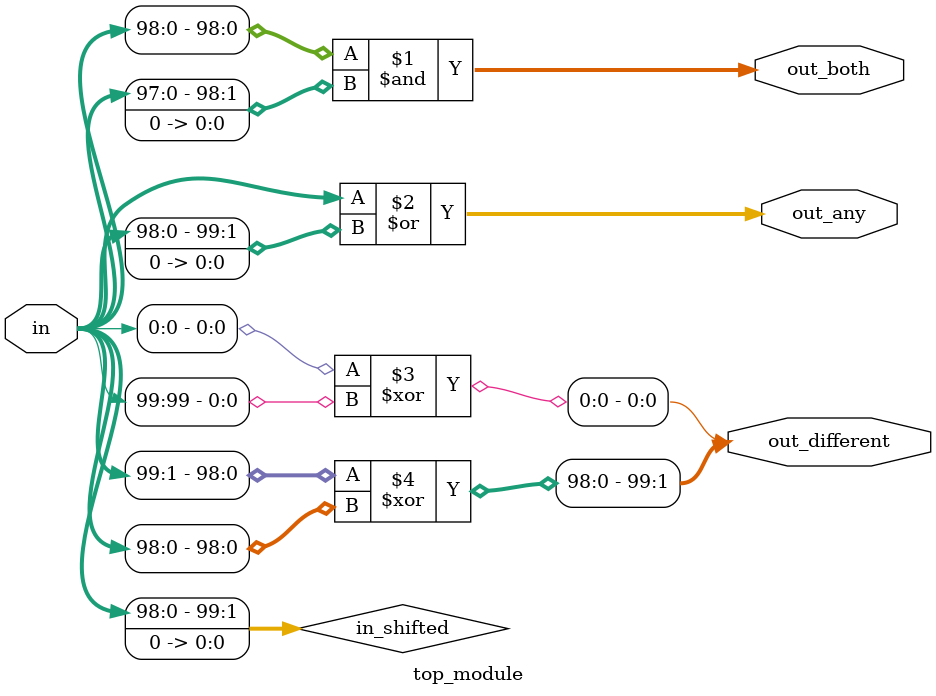
<source format=sv>
module top_module (
	input [99:0] in,
	output [98:0] out_both,
	output [99:0] out_any,
	output [99:0] out_different
);

    wire [99:0] in_shifted;
    
    // Shift the input signal to the left by 1 bit
    assign in_shifted = {in[98:0], 1'b0};

    // Generate out_both
    assign out_both = in[98:0] & in_shifted[98:0];

    // Generate out_any
    assign out_any = in | in_shifted;

    // Generate out_different
    assign out_different[0] = in[0] ^ in[99];
    assign out_different[99:1] = in[99:1] ^ in_shifted[99:1];

endmodule

</source>
